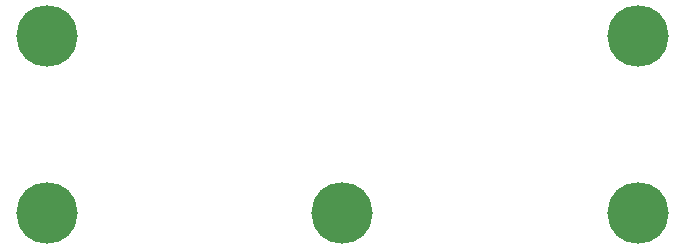
<source format=gbs>
G04*
G04 #@! TF.GenerationSoftware,Altium Limited,Altium Designer,21.4.1 (30)*
G04*
G04 Layer_Color=16711935*
%FSLAX25Y25*%
%MOIN*%
G70*
G04*
G04 #@! TF.SameCoordinates,DE3D3837-1171-46BA-834C-E1CE419D22AE*
G04*
G04*
G04 #@! TF.FilePolarity,Negative*
G04*
G01*
G75*
%ADD14C,0.20485*%
D14*
X19685Y78740D02*
D03*
X216535D02*
D03*
Y19685D02*
D03*
X118110D02*
D03*
X19685D02*
D03*
M02*

</source>
